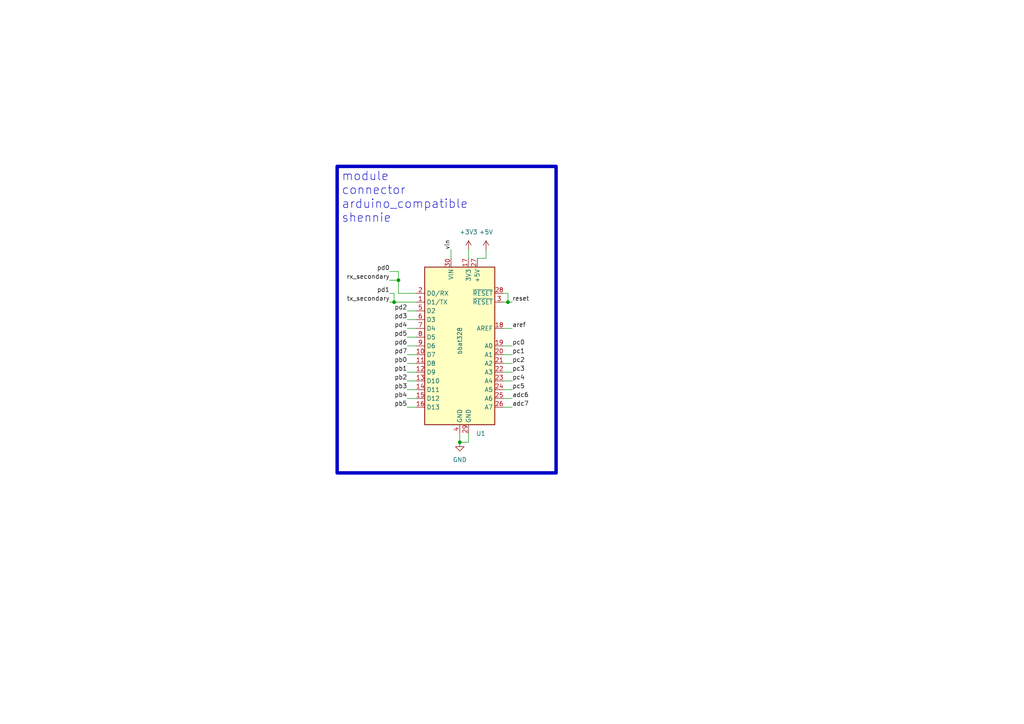
<source format=kicad_sch>
(kicad_sch (version 20230121) (generator eeschema)
  (paper "A4")
  (lib_symbols
    (symbol "oomlout_oomp_part_symbols:bbat328_electronic_breakout_board_mcu_atmega328_shennie"
      (property "Reference" "U" (at -10.16 23.495 0))
      (property "Value" "bbat328_electronic_breakout_board_mcu_atmega328_shennie" (at 5.08 -24.13 0))
      (symbol "bbat328_electronic_breakout_board_mcu_atmega328_shennie_0_1"
        (rectangle (start -10.16 22.86) (end 10.16 -22.86) (stroke (width 0.254)) (fill (type background)))
      )
      (symbol "bbat328_electronic_breakout_board_mcu_atmega328_shennie_1_1"
        (pin bidirectional line (at -12.7 12.7 0) (length 2.54) (name "D1/TX") (number "1"))
        (pin bidirectional line (at -12.7 -2.54 0) (length 2.54) (name "D7") (number "10"))
        (pin bidirectional line (at -12.7 -5.08 0) (length 2.54) (name "D8") (number "11"))
        (pin bidirectional line (at -12.7 -7.62 0) (length 2.54) (name "D9") (number "12"))
        (pin bidirectional line (at -12.7 -10.16 0) (length 2.54) (name "D10") (number "13"))
        (pin bidirectional line (at -12.7 -12.7 0) (length 2.54) (name "D11") (number "14"))
        (pin bidirectional line (at -12.7 -15.24 0) (length 2.54) (name "D12") (number "15"))
        (pin bidirectional line (at -12.7 -17.78 0) (length 2.54) (name "D13") (number "16"))
        (pin power_out line (at 2.54 25.4 270) (length 2.54) (name "3V3") (number "17"))
        (pin input line (at 12.7 5.08 180) (length 2.54) (name "AREF") (number "18"))
        (pin bidirectional line (at 12.7 0 180) (length 2.54) (name "A0") (number "19"))
        (pin bidirectional line (at -12.7 15.24 0) (length 2.54) (name "D0/RX") (number "2"))
        (pin bidirectional line (at 12.7 -2.54 180) (length 2.54) (name "A1") (number "20"))
        (pin bidirectional line (at 12.7 -5.08 180) (length 2.54) (name "A2") (number "21"))
        (pin bidirectional line (at 12.7 -7.62 180) (length 2.54) (name "A3") (number "22"))
        (pin bidirectional line (at 12.7 -10.16 180) (length 2.54) (name "A4") (number "23"))
        (pin bidirectional line (at 12.7 -12.7 180) (length 2.54) (name "A5") (number "24"))
        (pin bidirectional line (at 12.7 -15.24 180) (length 2.54) (name "A6") (number "25"))
        (pin bidirectional line (at 12.7 -17.78 180) (length 2.54) (name "A7") (number "26"))
        (pin power_out line (at 5.08 25.4 270) (length 2.54) (name "+5V") (number "27"))
        (pin input line (at 12.7 15.24 180) (length 2.54) (name "~{RESET}") (number "28"))
        (pin power_in line (at 2.54 -25.4 90) (length 2.54) (name "GND") (number "29"))
        (pin input line (at 12.7 12.7 180) (length 2.54) (name "~{RESET}") (number "3"))
        (pin power_in line (at -2.54 25.4 270) (length 2.54) (name "VIN") (number "30"))
        (pin power_in line (at 0 -25.4 90) (length 2.54) (name "GND") (number "4"))
        (pin bidirectional line (at -12.7 10.16 0) (length 2.54) (name "D2") (number "5"))
        (pin bidirectional line (at -12.7 7.62 0) (length 2.54) (name "D3") (number "6"))
        (pin bidirectional line (at -12.7 5.08 0) (length 2.54) (name "D4") (number "7"))
        (pin bidirectional line (at -12.7 2.54 0) (length 2.54) (name "D5") (number "8"))
        (pin bidirectional line (at -12.7 0 0) (length 2.54) (name "D6") (number "9"))
      )
    )
    (symbol "power:+3V3" (power) (pin_names (offset 0))
      (property "Value" "+3V3" (at 0 3.556 0))
      (symbol "+3V3_0_1"
        (polyline (pts (xy -0.762 1.27) (xy 0 2.54)))
        (polyline (pts (xy 0 0) (xy 0 2.54)))
        (polyline (pts (xy 0 2.54) (xy 0.762 1.27)))
      )
      (symbol "+3V3_1_1"
        (pin power_in line (at 0 0 90) (length 0) hide (name "+3V3") (number "1"))
      )
    )
    (symbol "power:+5V" (power) (pin_names (offset 0))
      (property "Value" "+5V" (at 0 3.556 0))
      (symbol "+5V_0_1"
        (polyline (pts (xy -0.762 1.27) (xy 0 2.54)))
        (polyline (pts (xy 0 0) (xy 0 2.54)))
        (polyline (pts (xy 0 2.54) (xy 0.762 1.27)))
      )
      (symbol "+5V_1_1"
        (pin power_in line (at 0 0 90) (length 0) hide (name "+5V") (number "1"))
      )
    )
    (symbol "power:GND" (power) (pin_names (offset 0))
      (property "Value" "GND" (at 0 -3.81 0))
      (symbol "GND_0_1"
        (polyline (pts (xy 0 0) (xy 0 -1.27) (xy 1.27 -1.27) (xy 0 -2.54) (xy -1.27 -1.27) (xy 0 -1.27)))
      )
      (symbol "GND_1_1"
        (pin power_in line (at 0 0 270) (length 0) hide (name "GND") (number "1"))
      )
    )
  )
  (junction (at 147.32 87.63))
  (junction (at 115.57 81.28))
  (junction (at 114.3 87.63))
  (junction (at 133.35 128.27))
  (wire (pts (xy 135.89 128.27) (xy 135.89 125.73)))
  (wire (pts (xy 146.05 87.63) (xy 147.32 87.63)))
  (wire (pts (xy 140.97 74.93) (xy 138.43 74.93)))
  (wire (pts (xy 118.11 107.95) (xy 120.65 107.95)))
  (wire (pts (xy 140.97 72.39) (xy 140.97 74.93)))
  (wire (pts (xy 133.35 125.73) (xy 133.35 128.27)))
  (wire (pts (xy 118.11 95.25) (xy 120.65 95.25)))
  (wire (pts (xy 146.05 95.25) (xy 148.59 95.25)))
  (wire (pts (xy 146.05 102.87) (xy 148.59 102.87)))
  (wire (pts (xy 115.57 85.09) (xy 120.65 85.09)))
  (wire (pts (xy 114.3 85.09) (xy 114.3 87.63)))
  (wire (pts (xy 118.11 92.71) (xy 120.65 92.71)))
  (wire (pts (xy 146.05 107.95) (xy 148.59 107.95)))
  (wire (pts (xy 118.11 100.33) (xy 120.65 100.33)))
  (wire (pts (xy 118.11 110.49) (xy 120.65 110.49)))
  (wire (pts (xy 118.11 113.03) (xy 120.65 113.03)))
  (wire (pts (xy 133.35 128.27) (xy 135.89 128.27)))
  (wire (pts (xy 147.32 87.63) (xy 148.59 87.63)))
  (wire (pts (xy 130.81 72.39) (xy 130.81 74.93)))
  (wire (pts (xy 115.57 81.28) (xy 115.57 85.09)))
  (wire (pts (xy 146.05 105.41) (xy 148.59 105.41)))
  (wire (pts (xy 146.05 110.49) (xy 148.59 110.49)))
  (wire (pts (xy 113.03 81.28) (xy 115.57 81.28)))
  (wire (pts (xy 118.11 97.79) (xy 120.65 97.79)))
  (wire (pts (xy 113.03 85.09) (xy 114.3 85.09)))
  (wire (pts (xy 146.05 100.33) (xy 148.59 100.33)))
  (wire (pts (xy 115.57 78.74) (xy 113.03 78.74)))
  (wire (pts (xy 118.11 90.17) (xy 120.65 90.17)))
  (wire (pts (xy 113.03 87.63) (xy 114.3 87.63)))
  (wire (pts (xy 118.11 105.41) (xy 120.65 105.41)))
  (wire (pts (xy 146.05 113.03) (xy 148.59 113.03)))
  (wire (pts (xy 115.57 78.74) (xy 115.57 81.28)))
  (wire (pts (xy 114.3 87.63) (xy 120.65 87.63)))
  (wire (pts (xy 147.32 85.09) (xy 147.32 87.63)))
  (wire (pts (xy 146.05 85.09) (xy 147.32 85.09)))
  (wire (pts (xy 146.05 115.57) (xy 148.59 115.57)))
  (wire (pts (xy 118.11 118.11) (xy 120.65 118.11)))
  (wire (pts (xy 135.89 72.39) (xy 135.89 74.93)))
  (wire (pts (xy 146.05 118.11) (xy 148.59 118.11)))
  (wire (pts (xy 118.11 115.57) (xy 120.65 115.57)))
  (wire (pts (xy 118.11 102.87) (xy 120.65 102.87)))
  (rectangle (start 97.79 48.26) (end 161.29 137.16) (stroke (width 1)))
  (text "module\nconnector\narduino_compatible\nshennie\n" (at 99.06 64.77 0) (effects (font (size 2.5 2.5)) (justify left bottom)))
  (label "reset" (at 148.59 87.63 0))
  (label "pd3" (at 118.11 92.71 180))
  (label "pd2" (at 118.11 90.17 180))
  (label "pc2" (at 148.59 105.41 0))
  (label "pd4" (at 118.11 95.25 180))
  (label "tx_secondary" (at 113.03 87.63 180))
  (label "pb1" (at 118.11 107.95 180))
  (label "rx_secondary" (at 113.03 81.28 180))
  (label "pd5" (at 118.11 97.79 180))
  (label "aref" (at 148.59 95.25 0))
  (label "pc0" (at 148.59 100.33 0))
  (label "pd1" (at 113.03 85.09 180))
  (label "vin" (at 130.81 72.39 90))
  (label "pc5" (at 148.59 113.03 0))
  (label "pb5" (at 118.11 118.11 180))
  (label "pb2" (at 118.11 110.49 180))
  (label "pd7" (at 118.11 102.87 180))
  (label "pd6" (at 118.11 100.33 180))
  (label "pb0" (at 118.11 105.41 180))
  (label "pb3" (at 118.11 113.03 180))
  (label "pd0" (at 113.03 78.74 180))
  (label "adc7" (at 148.59 118.11 0))
  (label "pc3" (at 148.59 107.95 0))
  (label "pc1" (at 148.59 102.87 0))
  (label "adc6" (at 148.59 115.57 0))
  (label "pc4" (at 148.59 110.49 0))
  (label "pb4" (at 118.11 115.57 180))
  (symbol (lib_id "power:+3V3") (at 135.89 72.39 0) (unit 1)
    (property "Reference" "#PWR02" (effects hide))
    (property "Value" "+3V3" (at 135.89 67.31 0))
  )
  (symbol (lib_id "oomlout_oomp_part_symbols:bbat328_electronic_breakout_board_mcu_atmega328_shennie") (at 133.35 100.33 0) (unit 1)
    (property "Reference" "U1" (at 138.0841 125.73 0) (effects (justify left)))
    (property "Value" "bbat328" (at 133.35 102.87 90) (effects (justify left)))
    (property "Footprint" "oomlout_oomp_part_footprints:bbat328_electronic_breakout_board_mcu_atmega328_shennie" (effects hide))
    (property "Datasheet" "https://github.com/oomlout/oomlout_oomp_v3/parts/electronic_breakout_board_mcu_atmega328_shennie/datasheet.pdf" (effects hide))
  )
  (symbol (lib_id "power:+5V") (at 140.97 72.39 0) (unit 1)
    (property "Reference" "#PWR03" (effects hide))
    (property "Value" "+5V" (at 140.97 67.31 0))
  )
  (symbol (lib_id "power:GND") (at 133.35 128.27 0) (unit 1)
    (property "Reference" "#PWR01" (effects hide))
    (property "Value" "GND" (at 133.35 133.35 0))
  )
)
</source>
